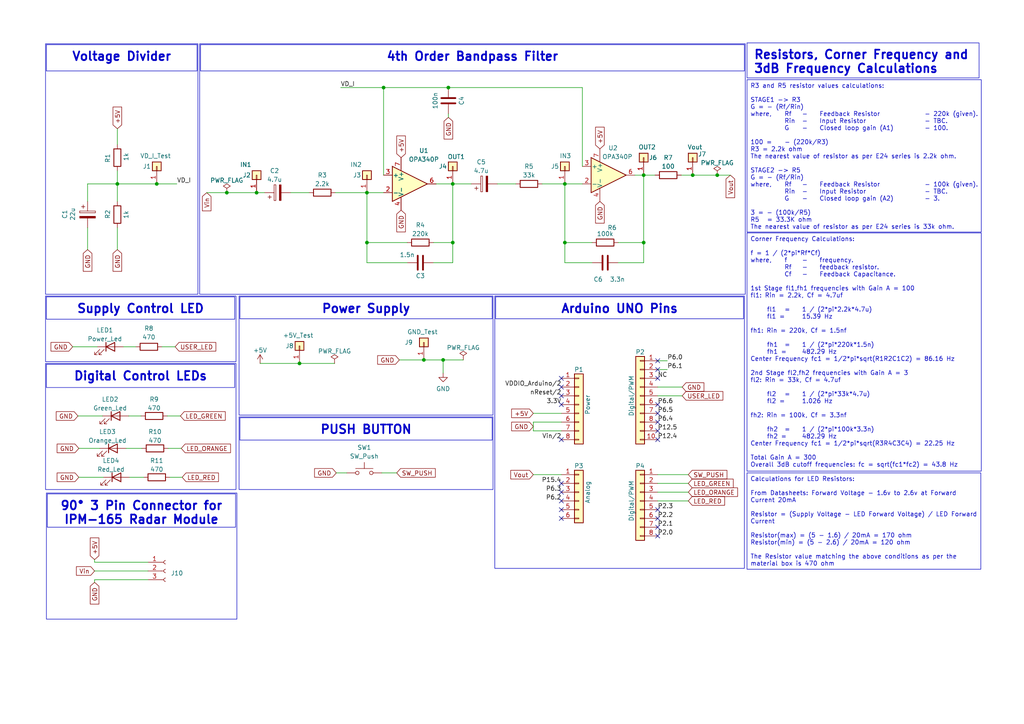
<source format=kicad_sch>
(kicad_sch (version 20230121) (generator eeschema)
  (paper "A4")
  (title_block (title "Movement Detector based on IPM-165 Radar Module") (date "2023-05-13") (rev "1,4") (company "HDA Student/Girish Tabaraddi; Ananya Harish; Drashti Shah") (comment 1 "Group D3"))
  (lib_symbols
    (symbol "Amplifier_Operational:OPA340P" (pin_names (offset 0.127))
      (property "Reference" "U" (at 0 6.35 0))
      (property "Value" "OPA340P" (at 0 3.81 0))
      (symbol "OPA340P_0_1"
        (polyline (pts (xy -5.08 5.08) (xy 5.08 0) (xy -5.08 -5.08) (xy -5.08 5.08)) (stroke (width 0.254)) (fill (type background)))
      )
      (symbol "OPA340P_1_1"
        (pin no_connect line (at -5.08 -2.54 90) (length 2.54) hide (name "NC") (number "1"))
        (pin input line (at -7.62 -2.54 0) (length 2.54) (name "-") (number "2"))
        (pin input line (at -7.62 2.54 0) (length 2.54) (name "+") (number "3"))
        (pin power_in line (at -2.54 -7.62 90) (length 3.81) (name "V-") (number "4"))
        (pin no_connect line (at -2.54 -2.54 90) (length 2.54) hide (name "NC") (number "5"))
        (pin output line (at 7.62 0 180) (length 2.54) (name "~") (number "6"))
        (pin power_in line (at -2.54 7.62 270) (length 3.81) (name "V+") (number "7"))
        (pin no_connect line (at 0 -2.54 90) (length 2.54) hide (name "NC") (number "8"))
      )
    )
    (symbol "Connector:Conn_01x03_Socket" (pin_names (offset 1.016) hide)
      (property "Reference" "J" (at 0 5.08 0))
      (property "Value" "Conn_01x03_Socket" (at 0 -5.08 0))
      (symbol "Conn_01x03_Socket_1_1"
        (arc (start 0 -2.032) (mid -0.5058 -2.54) (end 0 -3.048) (stroke (width 0.1524)))
        (polyline (pts (xy -1.27 -2.54) (xy -0.508 -2.54)) (stroke (width 0.1524)))
        (polyline (pts (xy -1.27 0) (xy -0.508 0)) (stroke (width 0.1524)))
        (polyline (pts (xy -1.27 2.54) (xy -0.508 2.54)) (stroke (width 0.1524)))
        (arc (start 0 0.508) (mid -0.5058 0) (end 0 -0.508) (stroke (width 0.1524)))
        (arc (start 0 3.048) (mid -0.5058 2.54) (end 0 2.032) (stroke (width 0.1524)))
        (pin passive line (at -5.08 2.54 0) (length 3.81) (name "Pin_1") (number "1"))
        (pin passive line (at -5.08 0 0) (length 3.81) (name "Pin_2") (number "2"))
        (pin passive line (at -5.08 -2.54 0) (length 3.81) (name "Pin_3") (number "3"))
      )
    )
    (symbol "Connector_Generic:Conn_01x01" (pin_names (offset 1.016) hide)
      (property "Reference" "J" (at 0 2.54 0))
      (property "Value" "Conn_01x01" (at 0 -2.54 0))
      (symbol "Conn_01x01_1_1"
        (rectangle (start -1.27 0.127) (end 0 -0.127) (stroke (width 0.1524)))
        (rectangle (start -1.27 1.27) (end 1.27 -1.27) (stroke (width 0.254)) (fill (type background)))
        (pin passive line (at -5.08 0 0) (length 3.81) (name "Pin_1") (number "1"))
      )
    )
    (symbol "Connector_Generic:Conn_01x06" (pin_names (offset 1.016) hide)
      (property "Reference" "J" (at 0 7.62 0))
      (property "Value" "Conn_01x06" (at 0 -10.16 0))
      (symbol "Conn_01x06_1_1"
        (rectangle (start -1.27 -7.493) (end 0 -7.747) (stroke (width 0.1524)))
        (rectangle (start -1.27 -4.953) (end 0 -5.207) (stroke (width 0.1524)))
        (rectangle (start -1.27 -2.413) (end 0 -2.667) (stroke (width 0.1524)))
        (rectangle (start -1.27 0.127) (end 0 -0.127) (stroke (width 0.1524)))
        (rectangle (start -1.27 2.667) (end 0 2.413) (stroke (width 0.1524)))
        (rectangle (start -1.27 5.207) (end 0 4.953) (stroke (width 0.1524)))
        (rectangle (start -1.27 6.35) (end 1.27 -8.89) (stroke (width 0.254)) (fill (type background)))
        (pin passive line (at -5.08 5.08 0) (length 3.81) (name "Pin_1") (number "1"))
        (pin passive line (at -5.08 2.54 0) (length 3.81) (name "Pin_2") (number "2"))
        (pin passive line (at -5.08 0 0) (length 3.81) (name "Pin_3") (number "3"))
        (pin passive line (at -5.08 -2.54 0) (length 3.81) (name "Pin_4") (number "4"))
        (pin passive line (at -5.08 -5.08 0) (length 3.81) (name "Pin_5") (number "5"))
        (pin passive line (at -5.08 -7.62 0) (length 3.81) (name "Pin_6") (number "6"))
      )
    )
    (symbol "Connector_Generic:Conn_01x08" (pin_names (offset 1.016) hide)
      (property "Reference" "J" (at 0 10.16 0))
      (property "Value" "Conn_01x08" (at 0 -12.7 0))
      (symbol "Conn_01x08_1_1"
        (rectangle (start -1.27 -10.033) (end 0 -10.287) (stroke (width 0.1524)))
        (rectangle (start -1.27 -7.493) (end 0 -7.747) (stroke (width 0.1524)))
        (rectangle (start -1.27 -4.953) (end 0 -5.207) (stroke (width 0.1524)))
        (rectangle (start -1.27 -2.413) (end 0 -2.667) (stroke (width 0.1524)))
        (rectangle (start -1.27 0.127) (end 0 -0.127) (stroke (width 0.1524)))
        (rectangle (start -1.27 2.667) (end 0 2.413) (stroke (width 0.1524)))
        (rectangle (start -1.27 5.207) (end 0 4.953) (stroke (width 0.1524)))
        (rectangle (start -1.27 7.747) (end 0 7.493) (stroke (width 0.1524)))
        (rectangle (start -1.27 8.89) (end 1.27 -11.43) (stroke (width 0.254)) (fill (type background)))
        (pin passive line (at -5.08 7.62 0) (length 3.81) (name "Pin_1") (number "1"))
        (pin passive line (at -5.08 5.08 0) (length 3.81) (name "Pin_2") (number "2"))
        (pin passive line (at -5.08 2.54 0) (length 3.81) (name "Pin_3") (number "3"))
        (pin passive line (at -5.08 0 0) (length 3.81) (name "Pin_4") (number "4"))
        (pin passive line (at -5.08 -2.54 0) (length 3.81) (name "Pin_5") (number "5"))
        (pin passive line (at -5.08 -5.08 0) (length 3.81) (name "Pin_6") (number "6"))
        (pin passive line (at -5.08 -7.62 0) (length 3.81) (name "Pin_7") (number "7"))
        (pin passive line (at -5.08 -10.16 0) (length 3.81) (name "Pin_8") (number "8"))
      )
    )
    (symbol "Connector_Generic:Conn_01x10" (pin_names (offset 1.016) hide)
      (property "Reference" "J" (at 0 12.7 0))
      (property "Value" "Conn_01x10" (at 0 -15.24 0))
      (symbol "Conn_01x10_1_1"
        (rectangle (start -1.27 -12.573) (end 0 -12.827) (stroke (width 0.1524)))
        (rectangle (start -1.27 -10.033) (end 0 -10.287) (stroke (width 0.1524)))
        (rectangle (start -1.27 -7.493) (end 0 -7.747) (stroke (width 0.1524)))
        (rectangle (start -1.27 -4.953) (end 0 -5.207) (stroke (width 0.1524)))
        (rectangle (start -1.27 -2.413) (end 0 -2.667) (stroke (width 0.1524)))
        (rectangle (start -1.27 0.127) (end 0 -0.127) (stroke (width 0.1524)))
        (rectangle (start -1.27 2.667) (end 0 2.413) (stroke (width 0.1524)))
        (rectangle (start -1.27 5.207) (end 0 4.953) (stroke (width 0.1524)))
        (rectangle (start -1.27 7.747) (end 0 7.493) (stroke (width 0.1524)))
        (rectangle (start -1.27 10.287) (end 0 10.033) (stroke (width 0.1524)))
        (rectangle (start -1.27 11.43) (end 1.27 -13.97) (stroke (width 0.254)) (fill (type background)))
        (pin passive line (at -5.08 10.16 0) (length 3.81) (name "Pin_1") (number "1"))
        (pin passive line (at -5.08 -12.7 0) (length 3.81) (name "Pin_10") (number "10"))
        (pin passive line (at -5.08 7.62 0) (length 3.81) (name "Pin_2") (number "2"))
        (pin passive line (at -5.08 5.08 0) (length 3.81) (name "Pin_3") (number "3"))
        (pin passive line (at -5.08 2.54 0) (length 3.81) (name "Pin_4") (number "4"))
        (pin passive line (at -5.08 0 0) (length 3.81) (name "Pin_5") (number "5"))
        (pin passive line (at -5.08 -2.54 0) (length 3.81) (name "Pin_6") (number "6"))
        (pin passive line (at -5.08 -5.08 0) (length 3.81) (name "Pin_7") (number "7"))
        (pin passive line (at -5.08 -7.62 0) (length 3.81) (name "Pin_8") (number "8"))
        (pin passive line (at -5.08 -10.16 0) (length 3.81) (name "Pin_9") (number "9"))
      )
    )
    (symbol "Device:C" (pin_numbers hide) (pin_names (offset 0.254))
      (property "Reference" "C" (at 0.635 2.54 0))
      (property "Value" "C" (at 0.635 -2.54 0))
      (symbol "C_0_1"
        (polyline (pts (xy -2.032 -0.762) (xy 2.032 -0.762)) (stroke (width 0.508)))
        (polyline (pts (xy -2.032 0.762) (xy 2.032 0.762)) (stroke (width 0.508)))
      )
      (symbol "C_1_1"
        (pin passive line (at 0 3.81 270) (length 2.794) (name "~") (number "1"))
        (pin passive line (at 0 -3.81 90) (length 2.794) (name "~") (number "2"))
      )
    )
    (symbol "Device:C_Polarized" (pin_numbers hide) (pin_names (offset 0.254))
      (property "Reference" "C" (at 0.635 2.54 0))
      (property "Value" "C_Polarized" (at 0.635 -2.54 0))
      (symbol "C_Polarized_0_1"
        (rectangle (start -2.286 0.508) (end 2.286 1.016))
        (polyline (pts (xy -1.778 2.286) (xy -0.762 2.286)))
        (polyline (pts (xy -1.27 2.794) (xy -1.27 1.778)))
        (rectangle (start 2.286 -0.508) (end -2.286 -1.016) (fill (type outline)))
      )
      (symbol "C_Polarized_1_1"
        (pin passive line (at 0 3.81 270) (length 2.794) (name "~") (number "1"))
        (pin passive line (at 0 -3.81 90) (length 2.794) (name "~") (number "2"))
      )
    )
    (symbol "Device:LED" (pin_numbers hide) (pin_names (offset 1.016) hide)
      (property "Reference" "D" (at 0 2.54 0))
      (property "Value" "LED" (at 0 -2.54 0))
      (symbol "LED_0_1"
        (polyline (pts (xy -1.27 -1.27) (xy -1.27 1.27)) (stroke (width 0.254)))
        (polyline (pts (xy -1.27 0) (xy 1.27 0)))
        (polyline (pts (xy 1.27 -1.27) (xy 1.27 1.27) (xy -1.27 0) (xy 1.27 -1.27)) (stroke (width 0.254)))
        (polyline (pts (xy -3.048 -0.762) (xy -4.572 -2.286) (xy -3.81 -2.286) (xy -4.572 -2.286) (xy -4.572 -1.524)))
        (polyline (pts (xy -1.778 -0.762) (xy -3.302 -2.286) (xy -2.54 -2.286) (xy -3.302 -2.286) (xy -3.302 -1.524)))
      )
      (symbol "LED_1_1"
        (pin passive line (at -3.81 0 0) (length 2.54) (name "K") (number "1"))
        (pin passive line (at 3.81 0 180) (length 2.54) (name "A") (number "2"))
      )
    )
    (symbol "Device:R" (pin_numbers hide) (pin_names (offset 0))
      (property "Reference" "R" (at 2.032 0 90))
      (property "Value" "R" (at 0 0 90))
      (symbol "R_0_1"
        (rectangle (start -1.016 -2.54) (end 1.016 2.54) (stroke (width 0.254)))
      )
      (symbol "R_1_1"
        (pin passive line (at 0 3.81 270) (length 1.27) (name "~") (number "1"))
        (pin passive line (at 0 -3.81 90) (length 1.27) (name "~") (number "2"))
      )
    )
    (symbol "Switch:SW_Push" (pin_numbers hide) (pin_names (offset 1.016) hide)
      (property "Reference" "SW" (at 1.27 2.54 0))
      (property "Value" "SW_Push" (at 0 -1.524 0))
      (symbol "SW_Push_0_1"
        (circle (center -2.032 0) (radius 0.508))
        (polyline (pts (xy 0 1.27) (xy 0 3.048)))
        (polyline (pts (xy 2.54 1.27) (xy -2.54 1.27)))
        (circle (center 2.032 0) (radius 0.508))
        (pin passive line (at -5.08 0 0) (length 2.54) (name "1") (number "1"))
        (pin passive line (at 5.08 0 180) (length 2.54) (name "2") (number "2"))
      )
    )
    (symbol "power:+5V" (power) (pin_names (offset 0))
      (property "Value" "+5V" (at 0 3.556 0))
      (symbol "+5V_0_1"
        (polyline (pts (xy -0.762 1.27) (xy 0 2.54)))
        (polyline (pts (xy 0 0) (xy 0 2.54)))
        (polyline (pts (xy 0 2.54) (xy 0.762 1.27)))
      )
      (symbol "+5V_1_1"
        (pin power_in line (at 0 0 90) (length 0) hide (name "+5V") (number "1"))
      )
    )
    (symbol "power:GND" (power) (pin_names (offset 0))
      (property "Value" "GND" (at 0 -3.81 0))
      (symbol "GND_0_1"
        (polyline (pts (xy 0 0) (xy 0 -1.27) (xy 1.27 -1.27) (xy 0 -2.54) (xy -1.27 -1.27) (xy 0 -1.27)))
      )
      (symbol "GND_1_1"
        (pin power_in line (at 0 0 270) (length 0) hide (name "GND") (number "1"))
      )
    )
    (symbol "power:PWR_FLAG" (power) (pin_numbers hide) (pin_names (offset 0) hide)
      (property "Value" "PWR_FLAG" (at 0 3.81 0))
      (symbol "PWR_FLAG_0_0"
        (pin power_out line (at 0 0 90) (length 0) (name "pwr") (number "1"))
      )
      (symbol "PWR_FLAG_0_1"
        (polyline (pts (xy 0 0) (xy 0 1.27) (xy -1.016 1.905) (xy 0 2.54) (xy 1.016 1.905) (xy 0 1.27)))
      )
    )
  )
  (junction (at 106.426 70.358))
  (junction (at 45.466 53.34))
  (junction (at 122.936 104.394))
  (junction (at 186.69 70.358))
  (junction (at 34.036 53.34))
  (junction (at 106.426 55.88))
  (junction (at 131.318 70.358))
  (junction (at 200.914 50.8))
  (junction (at 111.252 25.4))
  (junction (at 74.422 55.88))
  (junction (at 163.83 53.34))
  (junction (at 208.026 50.8))
  (junction (at 65.786 55.88))
  (junction (at 130.048 25.4))
  (junction (at 128.524 104.394))
  (junction (at 186.69 50.8))
  (junction (at 163.83 70.358))
  (junction (at 86.868 105.41))
  (junction (at 131.318 53.34))
  (no_connect (at 162.814 147.828))
  (no_connect (at 162.814 142.748))
  (no_connect (at 190.754 119.888))
  (no_connect (at 190.754 150.368))
  (no_connect (at 190.754 155.448))
  (no_connect (at 162.814 140.208))
  (no_connect (at 190.754 152.908))
  (no_connect (at 190.754 124.968))
  (no_connect (at 162.814 114.808))
  (no_connect (at 190.754 147.828))
  (no_connect (at 162.814 150.368))
  (no_connect (at 190.754 109.728))
  (no_connect (at 190.754 117.348))
  (no_connect (at 190.754 107.188))
  (no_connect (at 190.754 127.508))
  (no_connect (at 162.814 112.268))
  (no_connect (at 162.814 145.288))
  (no_connect (at 162.814 117.348))
  (no_connect (at 162.814 109.728))
  (no_connect (at 162.814 127.508))
  (no_connect (at 190.754 122.428))
  (no_connect (at 190.754 104.648))
  (wire (pts (xy 154.686 119.888) (xy 162.814 119.888)))
  (wire (pts (xy 27.432 168.148) (xy 42.926 168.148)))
  (wire (pts (xy 110.744 137.16) (xy 115.062 137.16)))
  (wire (pts (xy 65.786 55.88) (xy 74.422 55.88)))
  (wire (pts (xy 74.422 55.88) (xy 76.708 55.88)))
  (wire (pts (xy 190.754 140.208) (xy 199.644 140.208)))
  (wire (pts (xy 162.814 124.968) (xy 154.686 124.968)))
  (wire (pts (xy 157.226 53.34) (xy 163.83 53.34)))
  (wire (pts (xy 208.026 50.8) (xy 211.836 50.8)))
  (wire (pts (xy 35.814 100.584) (xy 39.37 100.584)))
  (wire (pts (xy 163.83 76.2) (xy 171.704 76.2)))
  (wire (pts (xy 128.524 104.394) (xy 134.366 104.394)))
  (wire (pts (xy 190.754 114.808) (xy 197.866 114.808)))
  (wire (pts (xy 42.926 163.068) (xy 27.432 163.068)))
  (wire (pts (xy 106.426 76.2) (xy 106.426 70.358)))
  (wire (pts (xy 144.272 53.34) (xy 149.606 53.34)))
  (wire (pts (xy 27.432 165.608) (xy 42.926 165.608)))
  (wire (pts (xy 86.868 105.41) (xy 97.028 105.41)))
  (wire (pts (xy 27.432 168.91) (xy 27.432 168.148)))
  (wire (pts (xy 130.048 25.4) (xy 168.91 25.4)))
  (wire (pts (xy 34.036 66.04) (xy 34.036 72.39)))
  (wire (pts (xy 179.324 76.2) (xy 186.69 76.2)))
  (wire (pts (xy 106.426 55.88) (xy 106.426 70.358)))
  (wire (pts (xy 154.686 122.428) (xy 154.686 124.968)))
  (wire (pts (xy 111.252 55.88) (xy 106.426 55.88)))
  (wire (pts (xy 37.338 120.65) (xy 40.894 120.65)))
  (wire (pts (xy 154.686 137.668) (xy 162.814 137.668)))
  (wire (pts (xy 126.492 53.34) (xy 131.318 53.34)))
  (wire (pts (xy 131.318 53.34) (xy 136.652 53.34)))
  (wire (pts (xy 84.328 55.88) (xy 89.662 55.88)))
  (wire (pts (xy 22.606 120.65) (xy 29.718 120.65)))
  (wire (pts (xy 190.754 137.668) (xy 199.644 137.668)))
  (wire (pts (xy 186.69 70.358) (xy 186.69 76.2)))
  (wire (pts (xy 122.936 104.394) (xy 128.524 104.394)))
  (wire (pts (xy 21.082 100.584) (xy 28.194 100.584)))
  (wire (pts (xy 27.432 163.068) (xy 27.432 162.306)))
  (wire (pts (xy 25.4 58.42) (xy 25.4 53.34)))
  (wire (pts (xy 163.83 53.34) (xy 163.83 70.358)))
  (wire (pts (xy 115.824 104.394) (xy 122.936 104.394)))
  (wire (pts (xy 179.324 70.358) (xy 186.69 70.358)))
  (wire (pts (xy 125.73 76.2) (xy 131.318 76.2)))
  (wire (pts (xy 25.4 66.04) (xy 25.4 72.39)))
  (wire (pts (xy 25.4 53.34) (xy 34.036 53.34)))
  (wire (pts (xy 36.576 130.048) (xy 41.148 130.048)))
  (wire (pts (xy 163.83 70.358) (xy 171.704 70.358)))
  (wire (pts (xy 111.252 50.8) (xy 111.252 25.4)))
  (wire (pts (xy 48.514 120.65) (xy 52.324 120.65)))
  (wire (pts (xy 106.426 70.358) (xy 118.11 70.358)))
  (wire (pts (xy 190.754 112.268) (xy 197.866 112.268)))
  (wire (pts (xy 131.318 76.2) (xy 131.318 70.358)))
  (wire (pts (xy 168.91 25.4) (xy 168.91 48.26)))
  (wire (pts (xy 22.86 138.43) (xy 29.972 138.43)))
  (wire (pts (xy 200.914 50.8) (xy 208.026 50.8)))
  (wire (pts (xy 59.944 55.88) (xy 65.786 55.88)))
  (wire (pts (xy 131.318 70.358) (xy 131.318 53.34)))
  (wire (pts (xy 190.754 142.748) (xy 199.644 142.748)))
  (wire (pts (xy 34.036 37.338) (xy 34.036 41.91)))
  (wire (pts (xy 111.252 25.4) (xy 130.048 25.4)))
  (wire (pts (xy 193.548 107.188) (xy 190.754 107.188)))
  (wire (pts (xy 130.048 33.02) (xy 130.048 34.036)))
  (wire (pts (xy 118.11 76.2) (xy 106.426 76.2)))
  (wire (pts (xy 97.536 137.16) (xy 100.584 137.16)))
  (wire (pts (xy 193.548 104.648) (xy 190.754 104.648)))
  (wire (pts (xy 45.466 53.34) (xy 51.308 53.34)))
  (wire (pts (xy 22.86 130.048) (xy 28.956 130.048)))
  (wire (pts (xy 37.592 138.43) (xy 41.656 138.43)))
  (wire (pts (xy 184.15 50.8) (xy 186.69 50.8)))
  (wire (pts (xy 34.036 53.34) (xy 45.466 53.34)))
  (wire (pts (xy 48.768 130.048) (xy 52.578 130.048)))
  (wire (pts (xy 98.806 25.4) (xy 111.252 25.4)))
  (wire (pts (xy 49.276 138.43) (xy 52.832 138.43)))
  (wire (pts (xy 34.036 49.53) (xy 34.036 53.34)))
  (wire (pts (xy 163.83 53.34) (xy 168.91 53.34)))
  (wire (pts (xy 186.69 50.8) (xy 189.992 50.8)))
  (wire (pts (xy 197.612 50.8) (xy 200.914 50.8)))
  (wire (pts (xy 46.99 100.584) (xy 50.8 100.584)))
  (wire (pts (xy 128.524 104.394) (xy 128.524 108.204)))
  (wire (pts (xy 162.814 122.428) (xy 154.686 122.428)))
  (wire (pts (xy 75.438 105.41) (xy 86.868 105.41)))
  (wire (pts (xy 190.754 145.288) (xy 199.644 145.288)))
  (wire (pts (xy 186.69 50.8) (xy 186.69 70.358)))
  (wire (pts (xy 163.83 70.358) (xy 163.83 76.2)))
  (wire (pts (xy 34.036 53.34) (xy 34.036 58.42)))
  (wire (pts (xy 97.282 55.88) (xy 106.426 55.88)))
  (wire (pts (xy 125.73 70.358) (xy 131.318 70.358)))
  (rectangle (start 13.208 85.852) (end 68.453 104.902))
  (rectangle (start 69.342 85.852) (end 143.002 120.396))
  (rectangle (start 13.208 12.7) (end 57.404 85.344))
  (rectangle (start 13.462 143.002) (end 68.707 179.578))
  (rectangle (start 13.208 105.41) (end 68.453 141.986))
  (rectangle (start 69.342 120.904) (end 143.002 141.986))
  (rectangle (start 57.912 12.7) (end 216.154 85.344))
  (rectangle (start 143.51 85.852) (end 215.9 164.846))
  (text_box "Power Supply" (at 69.596 86.106 0) (size 73.152 6.35) (effects (font (size 2.5 2.5) bold) (justify top)))
  (text_box "90° 3 Pin Connector for IPM-165 Radar Module" (at 13.716 143.256 0) (size 54.61 9.652) (effects (font (size 2.5 2.5) (thickness 0.5) bold) (justify top)))
  (text_box "R3 and R5 resistor values calculations:\n\nSTAGE1 -> R3\nG =	- (Rf/Rin)\nwhere, 	Rf	-	Feedback Resistor 		- 220k (given).\n		Rin	- 	Input Resistor 			- TBC.\n		G	- 	Closed loop gain (A1)	- 100.\n\n100 =	- (220k/R3)\nR3 = 2.2k ohm\nThe nearest value of resistor as per E24 series is 2.2k ohm. \n\nSTAGE2 -> R5\nG =	- (Rf/Rin)\nwhere, 	Rf	-	Feedback Resistor 		- 100k (given).\n		Rin	- 	Input Resistor 			- TBC.\n		G	- 	Closed loop gain (A2)	- 3.\n\n3 = - (100k/R5)\nR5	= 33.3K ohm\nThe nearest value of resistor as per E24 series is 33k ohm. " (at 216.662 23.114 0) (size 67.945 44.196) (effects (font (size 1.27 1.27)) (justify left top)))
  (text_box "Arduino UNO Pins" (at 143.764 86.106 0) (size 71.882 6.35) (effects (font (size 2.5 2.5) (thickness 0.5) bold) (justify top)))
  (text_box "Corner Frequency Calculations:\n\nf = 1 / (2*pi*Rf*Cf)\nwhere, 	f	-	frequency.\n		Rf	- 	feedback resistor.\n		Cf	- 	Feedback Capacitance.\n\n1st Stage fl1,fh1 frequencies with Gain A = 100\nfl1: Rin = 2.2k, Cf = 4.7uf\n\n	fl1	=	1 / (2*pi*2.2k*4.7u)\n	fl1 = 	15.39 Hz\n\nfh1: Rin = 220k, Cf = 1.5nf\n\n	fh1	=	1 / (2*pi*220k*1.5n)\n	fh1 = 	482.29 Hz\nCenter Frequency fc1 = 1/2*pi*sqrt(R1R2C1C2) = 86.16 Hz\n\n2nd Stage fl2,fh2 frequencies with Gain A = 3\nfl2: Rin = 33k, Cf = 4.7uf\n\n	fl2	=	1 / (2*pi*33k*4.7u)\n	fl2 = 	1.026 Hz\n\nfh2: Rin = 100k, Cf = 3.3nf\n\n	fh2	=	1 / (2*pi*100k*3.3n)\n	fh2 = 	482.29 Hz\nCenter Frequency fc1 = 1/2*pi*sqrt(R3R4C3C4) = 22.25 Hz\n\nTotal Gain A = 300\nOverall 3dB cutoff frequencies: fc = sqrt(fc1*fc2) = 43.8 Hz" (at 216.662 67.564 0) (size 67.945 69.088) (effects (font (size 1.27 1.27)) (justify left top)))
  (text_box "Calculations for LED Resistors:\n\nFrom Datasheets: Forward Voltage - 1.6v to 2.6v at Forward Current 20mA\n\nResistor = (Supply Voltage - LED Forward Voltage) / LED Forward Current\n\nResistor(max) = (5 - 1.6) / 20mA = 170 ohm\nResistor(min) = (5 - 2.6) / 20mA = 120 ohm\n\nThe Resistor value matching the above conditions as per the material box is 470 ohm" (at 216.662 137.16 0) (size 67.818 27.94) (effects (font (size 1.27 1.27)) (justify left top)))
  (text_box "4th Order Bandpass Filter" (at 58.166 12.954 0) (size 157.734 7.62) (effects (font (size 2.5 2.5) bold) (justify top)))
  (text_box "Voltage Divider" (at 13.462 12.954 0) (size 43.688 7.62) (effects (font (size 2.5 2.5) (thickness 0.5) bold) (justify top)))
  (text_box "Resistors, Corner Frequency and 3dB Frequency Calculations" (at 216.662 12.446 0) (size 67.31 10.16) (effects (font (size 2.5 2.5) (thickness 0.5) bold) (justify left top)))
  (text_box "Supply Control LED" (at 13.462 86.106 0) (size 54.61 6.477) (effects (font (size 2.5 2.5) bold) (justify top)))
  (text_box "Digital Control LEDs" (at 13.462 105.664 0) (size 54.61 6.731) (effects (font (size 2.5 2.5) (thickness 0.5) bold) (justify top)))
  (text_box "PUSH BUTTON" (at 69.596 121.158 0) (size 73.152 6.477) (effects (font (size 2.5 2.5) bold) (justify top)))
  (label "nReset{slash}2" (at 162.814 114.808 180))
  (label "Vin{slash}2" (at 162.814 127.508 180))
  (label "P6.6" (at 190.754 117.348 0))
  (label "VDDIO_Arduino{slash}2" (at 162.814 112.268 180))
  (label "P15.4" (at 162.814 140.208 180))
  (label "P6.1" (at 193.548 107.188 0))
  (label "NC" (at 190.754 109.728 0))
  (label "VD_I" (at 51.308 53.34 0))
  (label "P6.0" (at 193.548 104.648 0))
  (label "P6.5" (at 190.754 119.888 0))
  (label "P2.3" (at 190.754 147.828 0))
  (label "P2.0" (at 190.754 155.448 0))
  (label "P12.4" (at 190.754 127.508 0))
  (label "VD_I" (at 98.806 25.4 0))
  (label "P2.1" (at 190.754 152.908 0))
  (label "3.3V" (at 162.814 117.348 180))
  (label "P6.3" (at 162.814 142.748 180))
  (label "P12.5" (at 190.754 124.968 0))
  (label "P6.2" (at 162.814 145.288 180))
  (label "P2.2" (at 190.754 150.368 0))
  (label "P6.4" (at 190.754 122.428 0))
  (global_label "GND" (shape input) (at 22.606 120.65 180) (property "Intersheetrefs" "${INTERSHEET_REFS}" (effects hide)))
  (global_label "Vin" (shape input) (at 59.944 55.88 270) (property "Intersheetrefs" "${INTERSHEET_REFS}" (effects hide)))
  (global_label "GND" (shape input) (at 197.866 112.268 0) (property "Intersheetrefs" "${INTERSHEET_REFS}" (effects hide)))
  (global_label "GND" (shape input) (at 154.686 123.698 180) (property "Intersheetrefs" "${INTERSHEET_REFS}" (effects hide)))
  (global_label "GND" (shape input) (at 25.4 72.39 270) (property "Intersheetrefs" "${INTERSHEET_REFS}" (effects hide)))
  (global_label "LED_GREEN" (shape input) (at 52.324 120.65 0) (property "Intersheetrefs" "${INTERSHEET_REFS}" (effects hide)))
  (global_label "+5V" (shape input) (at 173.99 43.18 90) (property "Intersheetrefs" "${INTERSHEET_REFS}" (effects hide)))
  (global_label "+5V" (shape input) (at 27.432 162.306 90) (property "Intersheetrefs" "${INTERSHEET_REFS}" (effects hide)))
  (global_label "USER_LED" (shape input) (at 50.8 100.584 0) (property "Intersheetrefs" "${INTERSHEET_REFS}" (effects hide)))
  (global_label "GND" (shape input) (at 130.048 34.036 270) (property "Intersheetrefs" "${INTERSHEET_REFS}" (effects hide)))
  (global_label "GND" (shape input) (at 22.86 130.048 180) (property "Intersheetrefs" "${INTERSHEET_REFS}" (effects hide)))
  (global_label "GND" (shape input) (at 115.824 104.394 180) (property "Intersheetrefs" "${INTERSHEET_REFS}" (effects hide)))
  (global_label "Vout" (shape input) (at 211.836 50.8 270) (property "Intersheetrefs" "${INTERSHEET_REFS}" (effects hide)))
  (global_label "+5V" (shape input) (at 154.686 119.888 180) (property "Intersheetrefs" "${INTERSHEET_REFS}" (effects hide)))
  (global_label "+5V" (shape input) (at 116.332 45.72 90) (property "Intersheetrefs" "${INTERSHEET_REFS}" (effects hide)))
  (global_label "GND" (shape input) (at 97.536 137.16 180) (property "Intersheetrefs" "${INTERSHEET_REFS}" (effects hide)))
  (global_label "LED_RED" (shape input) (at 52.832 138.43 0) (property "Intersheetrefs" "${INTERSHEET_REFS}" (effects hide)))
  (global_label "LED_RED" (shape input) (at 199.644 145.288 0) (property "Intersheetrefs" "${INTERSHEET_REFS}" (effects hide)))
  (global_label "GND" (shape input) (at 21.082 100.584 180) (property "Intersheetrefs" "${INTERSHEET_REFS}" (effects hide)))
  (global_label "GND" (shape input) (at 22.86 138.43 180) (property "Intersheetrefs" "${INTERSHEET_REFS}" (effects hide)))
  (global_label "GND" (shape input) (at 27.432 168.91 270) (property "Intersheetrefs" "${INTERSHEET_REFS}" (effects hide)))
  (global_label "Vin" (shape input) (at 27.432 165.608 180) (property "Intersheetrefs" "${INTERSHEET_REFS}" (effects hide)))
  (global_label "GND" (shape input) (at 34.036 72.39 270) (property "Intersheetrefs" "${INTERSHEET_REFS}" (effects hide)))
  (global_label "SW_PUSH" (shape input) (at 199.644 137.668 0) (property "Intersheetrefs" "${INTERSHEET_REFS}" (effects hide)))
  (global_label "LED_ORANGE" (shape input) (at 199.644 142.748 0) (property "Intersheetrefs" "${INTERSHEET_REFS}" (effects hide)))
  (global_label "LED_ORANGE" (shape input) (at 52.578 130.048 0) (property "Intersheetrefs" "${INTERSHEET_REFS}" (effects hide)))
  (global_label "+5V" (shape input) (at 34.036 37.338 90) (property "Intersheetrefs" "${INTERSHEET_REFS}" (effects hide)))
  (global_label "USER_LED" (shape input) (at 197.866 114.808 0) (property "Intersheetrefs" "${INTERSHEET_REFS}" (effects hide)))
  (global_label "GND" (shape input) (at 173.99 58.42 270) (property "Intersheetrefs" "${INTERSHEET_REFS}" (effects hide)))
  (global_label "LED_GREEN" (shape input) (at 199.644 140.208 0) (property "Intersheetrefs" "${INTERSHEET_REFS}" (effects hide)))
  (global_label "GND" (shape input) (at 116.332 60.96 270) (property "Intersheetrefs" "${INTERSHEET_REFS}" (effects hide)))
  (global_label "Vout" (shape input) (at 154.686 137.668 180) (property "Intersheetrefs" "${INTERSHEET_REFS}" (effects hide)))
  (global_label "SW_PUSH" (shape input) (at 115.062 137.16 0) (property "Intersheetrefs" "${INTERSHEET_REFS}" (effects hide)))
  (symbol (lib_id "Connector_Generic:Conn_01x08") (at 167.894 117.348 0) (unit 1)
    (property "Reference" "P1" (at 167.894 107.188 0))
    (property "Value" "Power" (at 170.434 117.348 90))
    (property "Footprint" "Connector_PinHeader_2.54mm:PinHeader_1x08_P2.54mm_Vertical" (effects hide))
  )
  (symbol (lib_id "Connector_Generic:Conn_01x10") (at 185.674 114.808 0) (mirror y) (unit 1)
    (property "Reference" "P2" (at 185.674 102.108 0))
    (property "Value" "Digital/PWM" (at 183.134 114.808 90))
    (property "Footprint" "Connector_PinHeader_2.54mm:PinHeader_1x10_P2.54mm_Vertical" (effects hide))
  )
  (symbol (lib_id "Connector_Generic:Conn_01x06") (at 167.894 142.748 0) (unit 1)
    (property "Reference" "P3" (at 167.894 135.128 0))
    (property "Value" "Analog" (at 170.434 142.748 90))
    (property "Footprint" "Connector_PinHeader_2.54mm:PinHeader_1x06_P2.54mm_Vertical" (effects hide))
  )
  (symbol (lib_id "Connector_Generic:Conn_01x08") (at 185.674 145.288 0) (mirror y) (unit 1)
    (property "Reference" "P4" (at 185.674 135.128 0))
    (property "Value" "Digital/PWM" (at 183.134 145.288 90))
    (property "Footprint" "Library:PinHeader_1x08_P2.54mm_Vertical_New" (effects hide))
  )
  (symbol (lib_id "Device:LED") (at 32.766 130.048 0) (unit 1)
    (property "Reference" "LED3" (at 31.1785 125.222 0))
    (property "Value" "Orange_Led" (at 31.1785 127.762 0))
    (property "Footprint" "LED_THT:LED_D5.0mm" (effects hide))
  )
  (symbol (lib_id "Device:C") (at 130.048 29.21 180) (unit 1)
    (property "Reference" "C4" (at 133.858 29.21 90))
    (property "Value" "100n" (at 126.238 29.21 90))
    (property "Footprint" "Capacitor_THT:C_Rect_L7.2mm_W2.5mm_P5.00mm_FKS2_FKP2_MKS2_MKP2" (effects hide))
  )
  (symbol (lib_id "Connector_Generic:Conn_01x01") (at 122.936 99.314 90) (unit 1)
    (property "Reference" "J9" (at 117.348 99.314 90) (effects (justify right)))
    (property "Value" "GND_Test" (at 118.11 96.266 90) (effects (justify right)))
    (property "Footprint" "Connector_PinHeader_2.54mm:PinHeader_1x01_P2.54mm_Vertical" (effects hide))
  )
  (symbol (lib_id "Device:R") (at 44.958 130.048 90) (unit 1)
    (property "Reference" "R10" (at 44.958 125.222 90))
    (property "Value" "470" (at 44.958 127.762 90))
    (property "Footprint" "Resistor_THT:R_Axial_DIN0207_L6.3mm_D2.5mm_P10.16mm_Horizontal" (effects hide))
    (property "Datasheet" "https://cdn-reichelt.de/documents/datenblatt/B400/METALL%23YAG.pdf" (effects hide))
  )
  (symbol (lib_id "power:PWR_FLAG") (at 65.786 55.88 0) (unit 1)
    (property "Reference" "#FLG04" (effects hide))
    (property "Value" "PWR_FLAG" (at 65.786 52.324 0))
  )
  (symbol (lib_id "Connector_Generic:Conn_01x01") (at 86.868 100.33 90) (unit 1)
    (property "Reference" "J8" (at 82.804 100.33 90) (effects (justify right)))
    (property "Value" "+5V_Test" (at 82.042 97.282 90) (effects (justify right)))
    (property "Footprint" "Connector_PinHeader_2.54mm:PinHeader_1x01_P2.54mm_Vertical" (effects hide))
  )
  (symbol (lib_id "Device:R") (at 43.18 100.584 90) (unit 1)
    (property "Reference" "R8" (at 43.18 95.25 90))
    (property "Value" "470" (at 43.18 97.79 90))
    (property "Footprint" "Resistor_THT:R_Axial_DIN0207_L6.3mm_D2.5mm_P10.16mm_Horizontal" (effects hide))
    (property "Datasheet" "https://cdn-reichelt.de/documents/datenblatt/B400/METALL%23YAG.pdf" (effects hide))
  )
  (symbol (lib_id "Switch:SW_Push") (at 105.664 137.16 0) (unit 1)
    (property "Reference" "SW1" (at 105.664 129.794 0))
    (property "Value" "SW_Push" (at 105.664 132.334 0))
    (property "Footprint" "Button_Switch_THT:SW_PUSH_6mm_H7.3mm" (effects hide))
    (property "Datasheet" "https://www.distrelec.de/Web/Downloads/_t/ds/RND%20210-00194_eng_tds.pdf" (effects hide))
  )
  (symbol (lib_id "Connector_Generic:Conn_01x01") (at 131.318 48.26 90) (unit 1)
    (property "Reference" "J4" (at 127.254 48.26 90) (effects (justify right)))
    (property "Value" "OUT1" (at 129.794 45.466 90) (effects (justify right)))
    (property "Footprint" "Connector_PinHeader_2.54mm:PinHeader_1x01_P2.54mm_Vertical" (effects hide))
  )
  (symbol (lib_id "Device:LED") (at 33.782 138.43 0) (unit 1)
    (property "Reference" "LED4" (at 32.1945 133.604 0))
    (property "Value" "Red_Led" (at 32.1945 136.144 0))
    (property "Footprint" "LED_THT:LED_D5.0mm" (effects hide))
  )
  (symbol (lib_id "Device:C_Polarized") (at 80.518 55.88 90) (unit 1)
    (property "Reference" "C2" (at 79.629 49.53 90))
    (property "Value" "4.7u" (at 79.629 52.07 90))
    (property "Footprint" "Capacitor_THT:CP_Radial_D6.3mm_P2.50mm" (effects hide))
  )
  (symbol (lib_id "Connector_Generic:Conn_01x01") (at 186.69 45.72 90) (unit 1)
    (property "Reference" "J6" (at 188.214 45.72 90) (effects (justify right)))
    (property "Value" "OUT2" (at 185.166 42.672 90) (effects (justify right)))
    (property "Footprint" "Connector_PinHeader_2.54mm:PinHeader_1x01_P2.54mm_Vertical" (effects hide))
  )
  (symbol (lib_id "power:GND") (at 128.524 108.204 0) (unit 1)
    (property "Reference" "#PWR05" (effects hide))
    (property "Value" "GND" (at 128.524 112.776 0))
  )
  (symbol (lib_id "Device:R") (at 34.036 62.23 0) (unit 1)
    (property "Reference" "R2" (at 31.242 63.5 90) (effects (justify left)))
    (property "Value" "1k" (at 36.576 63.5 90) (effects (justify left)))
    (property "Footprint" "Resistor_THT:R_Axial_DIN0207_L6.3mm_D2.5mm_P10.16mm_Horizontal" (effects hide))
    (property "Datasheet" "https://cdn-reichelt.de/documents/datenblatt/B400/METALL%23YAG.pdf" (effects hide))
  )
  (symbol (lib_id "Device:LED") (at 32.004 100.584 0) (unit 1)
    (property "Reference" "LED1" (at 30.4165 95.758 0))
    (property "Value" "Power_Led" (at 30.4165 98.298 0))
    (property "Footprint" "LED_THT:LED_D5.0mm" (effects hide))
    (property "Datasheet" "https://www.distrelec.de/Web/Downloads/_t/ds/RND%20135-00134_eng_tds.pdf" (effects hide))
  )
  (symbol (lib_id "power:PWR_FLAG") (at 134.366 104.394 0) (unit 1)
    (property "Reference" "#FLG07" (effects hide))
    (property "Value" "PWR_FLAG" (at 134.366 100.838 0))
  )
  (symbol (lib_id "Device:C") (at 121.92 76.2 90) (unit 1)
    (property "Reference" "C3" (at 121.92 80.01 90))
    (property "Value" "1.5n" (at 118.11 73.914 90))
    (property "Footprint" "Capacitor_THT:C_Rect_L7.2mm_W7.2mm_P5.00mm_FKS2_FKP2_MKS2_MKP2" (effects hide))
  )
  (symbol (lib_id "Connector_Generic:Conn_01x01") (at 74.422 50.8 90) (unit 1)
    (property "Reference" "J2" (at 70.358 50.8 90) (effects (justify right)))
    (property "Value" "IN1" (at 69.596 47.752 90) (effects (justify right)))
    (property "Footprint" "Connector_PinHeader_2.54mm:PinHeader_1x01_P2.54mm_Vertical" (effects hide))
  )
  (symbol (lib_id "Device:LED") (at 33.528 120.65 0) (unit 1)
    (property "Reference" "LED2" (at 31.9405 115.824 0))
    (property "Value" "Green_Led" (at 31.9405 118.364 0))
    (property "Footprint" "LED_THT:LED_D5.0mm" (effects hide))
    (property "Datasheet" "https://www.distrelec.de/Web/Downloads/_t/ds/RND%20135-00134_eng_tds.pdf" (effects hide))
  )
  (symbol (lib_id "power:+5V") (at 75.438 105.41 0) (unit 1)
    (property "Reference" "#PWR01" (effects hide))
    (property "Value" "+5V" (at 75.438 101.6 0))
  )
  (symbol (lib_id "Connector_Generic:Conn_01x01") (at 106.426 50.8 90) (unit 1)
    (property "Reference" "J3" (at 102.362 50.8 90) (effects (justify right)))
    (property "Value" "IN2" (at 101.6 47.752 90) (effects (justify right)))
    (property "Footprint" "Connector_PinHeader_2.54mm:PinHeader_1x01_P2.54mm_Vertical" (effects hide))
  )
  (symbol (lib_id "Connector_Generic:Conn_01x01") (at 163.83 48.26 90) (unit 1)
    (property "Reference" "J5" (at 159.766 48.26 90) (effects (justify right)))
    (property "Value" "IN3" (at 162.306 45.212 90) (effects (justify right)))
    (property "Footprint" "Connector_PinHeader_2.54mm:PinHeader_1x01_P2.54mm_Vertical" (effects hide))
  )
  (symbol (lib_id "Connector_Generic:Conn_01x01") (at 45.466 48.26 90) (unit 1)
    (property "Reference" "J1" (at 41.402 48.26 90) (effects (justify right)))
    (property "Value" "VD_I_Test" (at 40.64 45.212 90) (effects (justify right)))
    (property "Footprint" "Connector_PinHeader_2.54mm:PinHeader_1x01_P2.54mm_Vertical" (effects hide))
  )
  (symbol (lib_id "Device:R") (at 121.92 70.358 90) (unit 1)
    (property "Reference" "R4" (at 121.92 65.278 90))
    (property "Value" "220k" (at 121.92 67.818 90))
    (property "Footprint" "Resistor_THT:R_Axial_DIN0207_L6.3mm_D2.5mm_P10.16mm_Horizontal" (effects hide))
    (property "Datasheet" "https://cdn-reichelt.de/documents/datenblatt/B400/METALL%23YAG.pdf" (effects hide))
  )
  (symbol (lib_id "Device:R") (at 34.036 45.72 0) (unit 1)
    (property "Reference" "R1" (at 31.242 47.244 90) (effects (justify left)))
    (property "Value" "1k" (at 36.576 46.736 90) (effects (justify left)))
    (property "Footprint" "Resistor_THT:R_Axial_DIN0207_L6.3mm_D2.5mm_P10.16mm_Horizontal" (effects hide))
    (property "Datasheet" "https://cdn-reichelt.de/documents/datenblatt/B400/METALL%23YAG.pdf" (effects hide))
  )
  (symbol (lib_id "Amplifier_Operational:OPA340P") (at 176.53 50.8 0) (unit 1)
    (property "Reference" "U2" (at 177.8 42.926 0))
    (property "Value" "OPA340P" (at 179.07 45.466 0))
    (property "Footprint" "Package_DIP:DIP-8_W7.62mm_Socket" (effects hide))
    (property "Datasheet" "http://www.ti.com/lit/ds/symlink/opa340.pdf" (effects hide))
  )
  (symbol (lib_id "Device:C_Polarized") (at 140.462 53.34 90) (unit 1)
    (property "Reference" "C5" (at 139.573 46.99 90))
    (property "Value" "4.7u" (at 139.573 49.53 90))
    (property "Footprint" "Capacitor_THT:CP_Radial_D6.3mm_P2.50mm" (effects hide))
  )
  (symbol (lib_id "Device:C") (at 175.514 76.2 90) (unit 1)
    (property "Reference" "C6" (at 173.482 81.026 90))
    (property "Value" "3.3n" (at 179.07 81.026 90))
    (property "Footprint" "Capacitor_THT:C_Rect_L7.2mm_W7.2mm_P5.00mm_FKS2_FKP2_MKS2_MKP2" (effects hide))
  )
  (symbol (lib_id "Device:C_Polarized") (at 25.4 62.23 0) (unit 1)
    (property "Reference" "C1" (at 18.796 63.5 90) (effects (justify left)))
    (property "Value" "22u" (at 21.082 64.008 90) (effects (justify left)))
    (property "Footprint" "Capacitor_THT:CP_Radial_D5.0mm_P2.50mm" (effects hide))
  )
  (symbol (lib_id "Device:R") (at 175.514 70.358 90) (unit 1)
    (property "Reference" "R6" (at 177.546 66.04 90))
    (property "Value" "100k" (at 175.514 67.818 90))
    (property "Footprint" "Resistor_THT:R_Axial_DIN0207_L6.3mm_D2.5mm_P10.16mm_Horizontal" (effects hide))
    (property "Datasheet" "https://cdn-reichelt.de/documents/datenblatt/B400/METALL%23YAG.pdf" (effects hide))
  )
  (symbol (lib_id "Device:R") (at 193.802 50.8 90) (unit 1)
    (property "Reference" "R7" (at 193.802 45.72 90))
    (property "Value" "100" (at 193.802 48.26 90))
    (property "Footprint" "Resistor_THT:R_Axial_DIN0207_L6.3mm_D2.5mm_P10.16mm_Horizontal" (effects hide))
    (property "Datasheet" "https://cdn-reichelt.de/documents/datenblatt/B400/METALL%23YAG.pdf" (effects hide))
  )
  (symbol (lib_id "Device:R") (at 153.416 53.34 90) (unit 1)
    (property "Reference" "R5" (at 153.416 48.26 90))
    (property "Value" "33k" (at 153.416 50.8 90))
    (property "Footprint" "Resistor_THT:R_Axial_DIN0207_L6.3mm_D2.5mm_P10.16mm_Horizontal" (effects hide))
    (property "Datasheet" "https://cdn-reichelt.de/documents/datenblatt/B400/METALL%23YAG.pdf" (effects hide))
  )
  (symbol (lib_id "Device:R") (at 93.472 55.88 90) (unit 1)
    (property "Reference" "R3" (at 93.472 50.8 90))
    (property "Value" "2.2k" (at 93.472 53.34 90))
    (property "Footprint" "Resistor_THT:R_Axial_DIN0207_L6.3mm_D2.5mm_P10.16mm_Horizontal" (effects hide))
    (property "Datasheet" "https://cdn-reichelt.de/documents/datenblatt/B400/METALL%23YAG.pdf" (effects hide))
  )
  (symbol (lib_id "Connector_Generic:Conn_01x01") (at 200.914 45.72 90) (unit 1)
    (property "Reference" "J7" (at 202.438 44.704 90) (effects (justify right)))
    (property "Value" "Vout" (at 199.39 42.672 90) (effects (justify right)))
    (property "Footprint" "Connector_PinHeader_2.54mm:PinHeader_1x01_P2.54mm_Vertical" (effects hide))
  )
  (symbol (lib_id "Device:R") (at 45.466 138.43 90) (unit 1)
    (property "Reference" "R11" (at 45.466 133.604 90))
    (property "Value" "470" (at 45.466 136.144 90))
    (property "Footprint" "Resistor_THT:R_Axial_DIN0207_L6.3mm_D2.5mm_P10.16mm_Horizontal" (effects hide))
    (property "Datasheet" "https://cdn-reichelt.de/documents/datenblatt/B400/METALL%23YAG.pdf" (effects hide))
  )
  (symbol (lib_id "Connector:Conn_01x03_Socket") (at 48.006 165.608 0) (unit 1)
    (property "Reference" "J10" (at 49.53 166.243 0) (effects (justify left)))
    (property "Value" "Conn_01x03_Socket" (effects hide))
    (property "Footprint" "3PinConnector:PinSocket_1x03_P2.54mm_Horizontal_NEW" (effects hide))
  )
  (symbol (lib_id "power:PWR_FLAG") (at 97.028 105.41 0) (unit 1)
    (property "Reference" "#FLG01" (effects hide))
    (property "Value" "PWR_FLAG" (at 97.028 101.854 0))
  )
  (symbol (lib_id "power:PWR_FLAG") (at 208.026 50.8 0) (unit 1)
    (property "Reference" "#FLG05" (effects hide))
    (property "Value" "PWR_FLAG" (at 208.026 47.244 0))
  )
  (symbol (lib_id "Amplifier_Operational:OPA340P") (at 118.872 53.34 0) (unit 1)
    (property "Reference" "U1" (at 122.936 43.688 0))
    (property "Value" "OPA340P" (at 122.936 46.228 0))
    (property "Footprint" "Package_DIP:DIP-8_W7.62mm_Socket" (effects hide))
    (property "Datasheet" "http://www.ti.com/lit/ds/symlink/opa340.pdf" (effects hide))
  )
  (symbol (lib_id "Device:R") (at 44.704 120.65 90) (unit 1)
    (property "Reference" "R9" (at 44.704 115.824 90))
    (property "Value" "470" (at 44.704 118.364 90))
    (property "Footprint" "Resistor_THT:R_Axial_DIN0207_L6.3mm_D2.5mm_P10.16mm_Horizontal" (effects hide))
    (property "Datasheet" "https://cdn-reichelt.de/documents/datenblatt/B400/METALL%23YAG.pdf" (effects hide))
  )
)
</source>
